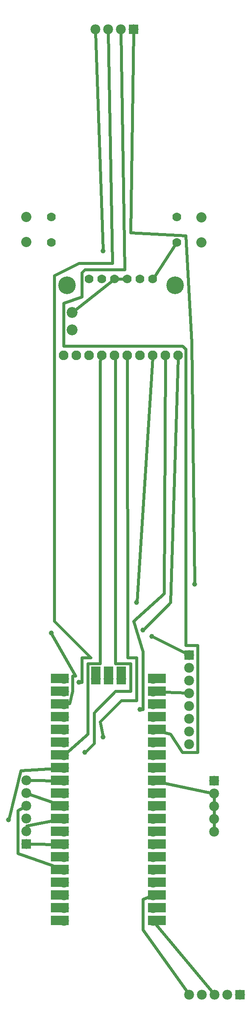
<source format=gtl>
G04 MADE WITH FRITZING*
G04 WWW.FRITZING.ORG*
G04 DOUBLE SIDED*
G04 HOLES PLATED*
G04 CONTOUR ON CENTER OF CONTOUR VECTOR*
%ASAXBY*%
%FSLAX23Y23*%
%MOIN*%
%OFA0B0*%
%SFA1.0B1.0*%
%ADD10C,0.078000*%
%ADD11C,0.080000*%
%ADD12C,0.070000*%
%ADD13C,0.138425*%
%ADD14C,0.086000*%
%ADD15C,0.076000*%
%ADD16C,0.039370*%
%ADD17R,0.143667X0.078000*%
%ADD18R,0.144000X0.078000*%
%ADD19R,0.078000X0.144000*%
%ADD20R,0.078000X0.078000*%
%ADD21C,0.024000*%
%LNCOPPER1*%
G90*
G70*
G54D10*
X1387Y1468D03*
X1387Y1568D03*
X1387Y1668D03*
X1387Y1768D03*
X1387Y1868D03*
X1387Y1968D03*
X1387Y2068D03*
X1387Y2168D03*
X1387Y2268D03*
X1387Y2368D03*
X1387Y2468D03*
X1387Y2568D03*
X1387Y2668D03*
X1387Y2768D03*
X1387Y2868D03*
X1387Y2968D03*
X1387Y3068D03*
X1387Y3168D03*
X1387Y3268D03*
X1387Y3368D03*
X688Y3368D03*
X688Y3268D03*
X688Y3168D03*
X688Y3068D03*
X688Y2968D03*
X688Y2868D03*
X688Y2768D03*
X688Y2668D03*
X688Y2568D03*
X688Y2468D03*
X688Y2368D03*
X688Y2268D03*
X688Y2168D03*
X688Y2068D03*
X688Y1968D03*
X688Y1868D03*
X688Y1768D03*
X688Y1668D03*
X688Y1568D03*
X688Y1468D03*
X1138Y3368D03*
X1038Y3368D03*
X938Y3368D03*
G54D11*
X1770Y6793D03*
X1770Y6989D03*
X392Y6993D03*
X392Y6796D03*
G54D10*
X1869Y2567D03*
X1869Y2467D03*
X1869Y2367D03*
X1869Y2267D03*
X1869Y2167D03*
X2072Y887D03*
X1972Y887D03*
X1872Y887D03*
X1772Y887D03*
X1672Y887D03*
X392Y2070D03*
X392Y2170D03*
X392Y2270D03*
X392Y2370D03*
X392Y2470D03*
X392Y2570D03*
G54D12*
X589Y6993D03*
X589Y6793D03*
X1574Y6993D03*
X1574Y6793D03*
G54D10*
X1235Y8466D03*
X1135Y8466D03*
X1035Y8466D03*
X935Y8466D03*
X1672Y3554D03*
X1672Y3454D03*
X1672Y3354D03*
X1672Y3254D03*
X1672Y3154D03*
X1672Y3054D03*
X1672Y2954D03*
X1672Y2854D03*
G54D13*
X711Y6457D03*
G54D14*
X751Y6106D03*
X751Y6244D03*
G54D15*
X686Y5907D03*
X786Y5907D03*
X886Y5907D03*
X986Y5907D03*
X1086Y5907D03*
X1186Y5907D03*
X1286Y5907D03*
G54D13*
X1561Y6457D03*
G54D15*
X1386Y5907D03*
X1486Y5907D03*
X1586Y5907D03*
G54D12*
X1386Y6507D03*
X1286Y6507D03*
X1186Y6507D03*
X1086Y6507D03*
X986Y6507D03*
X886Y6507D03*
G54D16*
X852Y2789D03*
X996Y2909D03*
X1284Y3125D03*
X1308Y3749D03*
X1260Y3965D03*
X804Y3341D03*
X1716Y4109D03*
X1380Y3701D03*
X996Y6725D03*
X588Y3725D03*
X252Y2261D03*
G54D17*
X1420Y1469D03*
G54D18*
X1420Y1569D03*
X1420Y1669D03*
X1420Y1769D03*
X1420Y1869D03*
X1420Y1969D03*
X1420Y2069D03*
X1420Y2169D03*
X1420Y2269D03*
X1420Y2369D03*
X1420Y2469D03*
X1420Y2569D03*
X1420Y2669D03*
X1420Y2769D03*
X1420Y2869D03*
X1420Y2969D03*
X1420Y3069D03*
X1420Y3169D03*
X1420Y3269D03*
X1420Y3369D03*
X655Y3369D03*
X655Y3269D03*
X655Y3169D03*
X655Y3069D03*
X655Y2969D03*
X655Y2869D03*
X655Y2769D03*
X655Y2669D03*
X655Y2569D03*
X655Y2469D03*
X655Y2369D03*
X655Y2269D03*
X655Y2169D03*
X655Y2069D03*
X655Y1969D03*
X655Y1869D03*
X655Y1769D03*
X655Y1669D03*
X655Y1569D03*
X655Y1469D03*
G54D19*
X1138Y3393D03*
X1038Y3393D03*
X938Y3393D03*
G54D20*
X1869Y2567D03*
X2072Y887D03*
X392Y2070D03*
X1235Y8466D03*
X1672Y3554D03*
G54D21*
X1106Y6507D02*
X1166Y6507D01*
D02*
X1070Y6494D02*
X767Y6256D01*
D02*
X669Y2068D02*
X411Y2070D01*
D02*
X669Y2568D02*
X411Y2570D01*
D02*
X1397Y6524D02*
X1565Y6780D01*
D02*
X1406Y3267D02*
X1653Y3255D01*
D02*
X669Y2265D02*
X396Y2213D01*
X396Y2213D02*
X394Y2189D01*
D02*
X670Y2374D02*
X410Y2464D01*
D02*
X1399Y1454D02*
X1860Y902D01*
D02*
X1869Y2386D02*
X1869Y2448D01*
D02*
X1869Y2286D02*
X1869Y2348D01*
D02*
X1869Y2186D02*
X1869Y2248D01*
D02*
X1406Y2564D02*
X1850Y2471D01*
D02*
X702Y2781D02*
X876Y2933D01*
X876Y2933D02*
X876Y3485D01*
X876Y3485D02*
X972Y3485D01*
X972Y3485D02*
X972Y5861D01*
X972Y5861D02*
X980Y5888D01*
D02*
X858Y2794D02*
X924Y2861D01*
X924Y2861D02*
X924Y3101D01*
X924Y3101D02*
X1092Y3269D01*
X1092Y3269D02*
X1212Y3269D01*
X1212Y3269D02*
X1212Y3485D01*
X1212Y3485D02*
X1092Y3485D01*
X1092Y3485D02*
X1092Y5861D01*
X1092Y5861D02*
X1089Y5887D01*
D02*
X994Y2917D02*
X972Y3029D01*
X972Y3029D02*
X1140Y3197D01*
X1140Y3197D02*
X1260Y3197D01*
X1260Y3197D02*
X1260Y3533D01*
X1260Y3533D02*
X1188Y3533D01*
X1188Y3533D02*
X1186Y5887D01*
D02*
X1292Y3125D02*
X1308Y3125D01*
X1308Y3125D02*
X1308Y3581D01*
X1308Y3581D02*
X1236Y3821D01*
X1236Y3821D02*
X1476Y4037D01*
X1476Y4037D02*
X1486Y5887D01*
D02*
X1314Y3754D02*
X1524Y3965D01*
X1524Y3965D02*
X1585Y5887D01*
D02*
X1406Y2963D02*
X1524Y2933D01*
X1524Y2933D02*
X1620Y2789D01*
X1620Y2789D02*
X1740Y2789D01*
X1740Y2789D02*
X1740Y3629D01*
X1740Y3629D02*
X1644Y3629D01*
X1644Y3629D02*
X1644Y5957D01*
X1644Y5957D02*
X1620Y5981D01*
X1620Y5981D02*
X684Y5981D01*
X684Y5981D02*
X684Y6317D01*
X684Y6317D02*
X828Y6365D01*
X828Y6365D02*
X828Y6557D01*
X828Y6557D02*
X852Y6581D01*
X852Y6581D02*
X1164Y6581D01*
X1164Y6581D02*
X1136Y8447D01*
D02*
X1261Y3973D02*
X1385Y5887D01*
D02*
X812Y3341D02*
X828Y3341D01*
X828Y3341D02*
X828Y3533D01*
X828Y3533D02*
X900Y3533D01*
X900Y3533D02*
X612Y3821D01*
X612Y3821D02*
X612Y6533D01*
X612Y6533D02*
X804Y6629D01*
X804Y6629D02*
X1068Y6629D01*
X1068Y6629D02*
X1036Y8447D01*
D02*
X1716Y4117D02*
X1692Y6005D01*
X1692Y6005D02*
X1644Y6845D01*
X1644Y6845D02*
X1212Y6869D01*
X1212Y6869D02*
X1235Y8447D01*
D02*
X670Y1875D02*
X324Y1997D01*
X324Y1997D02*
X324Y2333D01*
X324Y2333D02*
X376Y2361D01*
D02*
X1655Y3563D02*
X1387Y3697D01*
D02*
X254Y2268D02*
X348Y2645D01*
X348Y2645D02*
X669Y2667D01*
D02*
X1661Y903D02*
X1308Y1397D01*
X1308Y1397D02*
X1308Y1637D01*
X1308Y1637D02*
X1370Y1661D01*
D02*
X592Y3718D02*
X780Y3389D01*
X780Y3389D02*
X756Y3389D01*
X756Y3389D02*
X756Y3269D01*
X756Y3269D02*
X732Y3173D01*
X732Y3173D02*
X707Y3170D01*
D02*
X936Y8447D02*
X996Y6733D01*
G04 End of Copper1*
M02*
</source>
